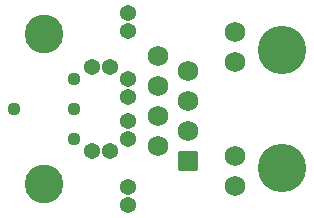
<source format=gbr>
G04 #@! TF.GenerationSoftware,KiCad,Pcbnew,8.0.6*
G04 #@! TF.CreationDate,2025-01-27T09:35:59-05:00*
G04 #@! TF.ProjectId,rj45brkout,726a3435-6272-46b6-9f75-742e6b696361,v1.1.0*
G04 #@! TF.SameCoordinates,Original*
G04 #@! TF.FileFunction,Soldermask,Top*
G04 #@! TF.FilePolarity,Negative*
%FSLAX46Y46*%
G04 Gerber Fmt 4.6, Leading zero omitted, Abs format (unit mm)*
G04 Created by KiCad (PCBNEW 8.0.6) date 2025-01-27 09:35:59*
%MOMM*%
%LPD*%
G01*
G04 APERTURE LIST*
G04 Aperture macros list*
%AMRoundRect*
0 Rectangle with rounded corners*
0 $1 Rounding radius*
0 $2 $3 $4 $5 $6 $7 $8 $9 X,Y pos of 4 corners*
0 Add a 4 corners polygon primitive as box body*
4,1,4,$2,$3,$4,$5,$6,$7,$8,$9,$2,$3,0*
0 Add four circle primitives for the rounded corners*
1,1,$1+$1,$2,$3*
1,1,$1+$1,$4,$5*
1,1,$1+$1,$6,$7*
1,1,$1+$1,$8,$9*
0 Add four rect primitives between the rounded corners*
20,1,$1+$1,$2,$3,$4,$5,0*
20,1,$1+$1,$4,$5,$6,$7,0*
20,1,$1+$1,$6,$7,$8,$9,0*
20,1,$1+$1,$8,$9,$2,$3,0*%
G04 Aperture macros list end*
%ADD10RoundRect,0.265385X0.610915X-0.610915X0.610915X0.610915X-0.610915X0.610915X-0.610915X-0.610915X0*%
%ADD11C,1.752600*%
%ADD12C,4.101600*%
%ADD13C,3.276600*%
%ADD14C,1.117600*%
%ADD15C,1.371600*%
G04 APERTURE END LIST*
D10*
X144250000Y-106040000D03*
D11*
X141710000Y-104770000D03*
X144250000Y-103500000D03*
X141710000Y-102230000D03*
X144250000Y-100960000D03*
X141710000Y-99690000D03*
X144250000Y-98420000D03*
X141710000Y-97150000D03*
X148250000Y-95070000D03*
X148250000Y-97610000D03*
X148250000Y-105590000D03*
X148250000Y-108130000D03*
D12*
X152250000Y-106600000D03*
X152250000Y-96600000D03*
D13*
X132080000Y-95250000D03*
X132080000Y-107950000D03*
D14*
X129540000Y-101600000D03*
X134620000Y-101600000D03*
X134620000Y-99060000D03*
X134620000Y-104140000D03*
D15*
X136144000Y-98044000D03*
X137668000Y-98044000D03*
X139192000Y-99060000D03*
X139192000Y-100584000D03*
X139192000Y-102616000D03*
X139192000Y-104140000D03*
X137668000Y-105156000D03*
X136144000Y-105156000D03*
X139192000Y-109728000D03*
X139192000Y-108204000D03*
X139192000Y-94996000D03*
X139192000Y-93472000D03*
M02*

</source>
